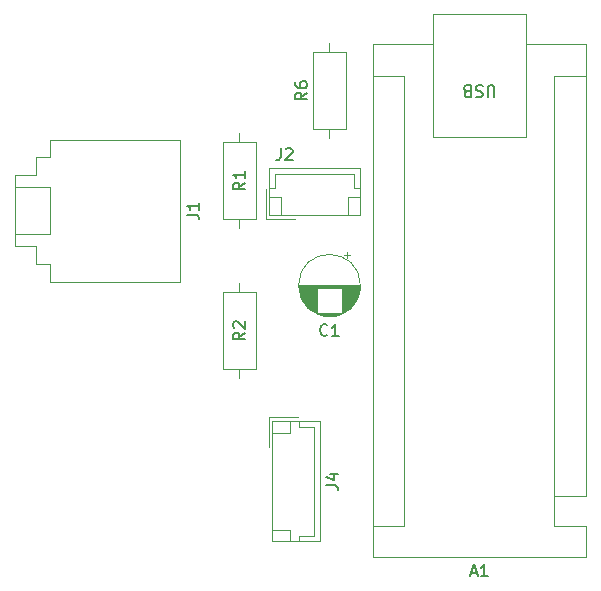
<source format=gbr>
%TF.GenerationSoftware,KiCad,Pcbnew,9.0.6-9.0.6~ubuntu24.04.1*%
%TF.CreationDate,2025-12-30T17:11:54-05:00*%
%TF.ProjectId,Dryer Buzzer V3,44727965-7220-4427-957a-7a6572205633,rev?*%
%TF.SameCoordinates,Original*%
%TF.FileFunction,Legend,Top*%
%TF.FilePolarity,Positive*%
%FSLAX46Y46*%
G04 Gerber Fmt 4.6, Leading zero omitted, Abs format (unit mm)*
G04 Created by KiCad (PCBNEW 9.0.6-9.0.6~ubuntu24.04.1) date 2025-12-30 17:11:54*
%MOMM*%
%LPD*%
G01*
G04 APERTURE LIST*
%ADD10C,0.150000*%
%ADD11C,0.120000*%
G04 APERTURE END LIST*
D10*
X38724819Y-20486666D02*
X38248628Y-20819999D01*
X38724819Y-21058094D02*
X37724819Y-21058094D01*
X37724819Y-21058094D02*
X37724819Y-20677142D01*
X37724819Y-20677142D02*
X37772438Y-20581904D01*
X37772438Y-20581904D02*
X37820057Y-20534285D01*
X37820057Y-20534285D02*
X37915295Y-20486666D01*
X37915295Y-20486666D02*
X38058152Y-20486666D01*
X38058152Y-20486666D02*
X38153390Y-20534285D01*
X38153390Y-20534285D02*
X38201009Y-20581904D01*
X38201009Y-20581904D02*
X38248628Y-20677142D01*
X38248628Y-20677142D02*
X38248628Y-21058094D01*
X37724819Y-19629523D02*
X37724819Y-19819999D01*
X37724819Y-19819999D02*
X37772438Y-19915237D01*
X37772438Y-19915237D02*
X37820057Y-19962856D01*
X37820057Y-19962856D02*
X37962914Y-20058094D01*
X37962914Y-20058094D02*
X38153390Y-20105713D01*
X38153390Y-20105713D02*
X38534342Y-20105713D01*
X38534342Y-20105713D02*
X38629580Y-20058094D01*
X38629580Y-20058094D02*
X38677200Y-20010475D01*
X38677200Y-20010475D02*
X38724819Y-19915237D01*
X38724819Y-19915237D02*
X38724819Y-19724761D01*
X38724819Y-19724761D02*
X38677200Y-19629523D01*
X38677200Y-19629523D02*
X38629580Y-19581904D01*
X38629580Y-19581904D02*
X38534342Y-19534285D01*
X38534342Y-19534285D02*
X38296247Y-19534285D01*
X38296247Y-19534285D02*
X38201009Y-19581904D01*
X38201009Y-19581904D02*
X38153390Y-19629523D01*
X38153390Y-19629523D02*
X38105771Y-19724761D01*
X38105771Y-19724761D02*
X38105771Y-19915237D01*
X38105771Y-19915237D02*
X38153390Y-20010475D01*
X38153390Y-20010475D02*
X38201009Y-20058094D01*
X38201009Y-20058094D02*
X38296247Y-20105713D01*
X33474819Y-40806666D02*
X32998628Y-41139999D01*
X33474819Y-41378094D02*
X32474819Y-41378094D01*
X32474819Y-41378094D02*
X32474819Y-40997142D01*
X32474819Y-40997142D02*
X32522438Y-40901904D01*
X32522438Y-40901904D02*
X32570057Y-40854285D01*
X32570057Y-40854285D02*
X32665295Y-40806666D01*
X32665295Y-40806666D02*
X32808152Y-40806666D01*
X32808152Y-40806666D02*
X32903390Y-40854285D01*
X32903390Y-40854285D02*
X32951009Y-40901904D01*
X32951009Y-40901904D02*
X32998628Y-40997142D01*
X32998628Y-40997142D02*
X32998628Y-41378094D01*
X32570057Y-40425713D02*
X32522438Y-40378094D01*
X32522438Y-40378094D02*
X32474819Y-40282856D01*
X32474819Y-40282856D02*
X32474819Y-40044761D01*
X32474819Y-40044761D02*
X32522438Y-39949523D01*
X32522438Y-39949523D02*
X32570057Y-39901904D01*
X32570057Y-39901904D02*
X32665295Y-39854285D01*
X32665295Y-39854285D02*
X32760533Y-39854285D01*
X32760533Y-39854285D02*
X32903390Y-39901904D01*
X32903390Y-39901904D02*
X33474819Y-40473332D01*
X33474819Y-40473332D02*
X33474819Y-39854285D01*
X33474819Y-28106666D02*
X32998628Y-28439999D01*
X33474819Y-28678094D02*
X32474819Y-28678094D01*
X32474819Y-28678094D02*
X32474819Y-28297142D01*
X32474819Y-28297142D02*
X32522438Y-28201904D01*
X32522438Y-28201904D02*
X32570057Y-28154285D01*
X32570057Y-28154285D02*
X32665295Y-28106666D01*
X32665295Y-28106666D02*
X32808152Y-28106666D01*
X32808152Y-28106666D02*
X32903390Y-28154285D01*
X32903390Y-28154285D02*
X32951009Y-28201904D01*
X32951009Y-28201904D02*
X32998628Y-28297142D01*
X32998628Y-28297142D02*
X32998628Y-28678094D01*
X33474819Y-27154285D02*
X33474819Y-27725713D01*
X33474819Y-27439999D02*
X32474819Y-27439999D01*
X32474819Y-27439999D02*
X32617676Y-27535237D01*
X32617676Y-27535237D02*
X32712914Y-27630475D01*
X32712914Y-27630475D02*
X32760533Y-27725713D01*
X40354819Y-53713333D02*
X41069104Y-53713333D01*
X41069104Y-53713333D02*
X41211961Y-53760952D01*
X41211961Y-53760952D02*
X41307200Y-53856190D01*
X41307200Y-53856190D02*
X41354819Y-53999047D01*
X41354819Y-53999047D02*
X41354819Y-54094285D01*
X40688152Y-52808571D02*
X41354819Y-52808571D01*
X40307200Y-53046666D02*
X41021485Y-53284761D01*
X41021485Y-53284761D02*
X41021485Y-52665714D01*
X36516666Y-25206819D02*
X36516666Y-25921104D01*
X36516666Y-25921104D02*
X36469047Y-26063961D01*
X36469047Y-26063961D02*
X36373809Y-26159200D01*
X36373809Y-26159200D02*
X36230952Y-26206819D01*
X36230952Y-26206819D02*
X36135714Y-26206819D01*
X36945238Y-25302057D02*
X36992857Y-25254438D01*
X36992857Y-25254438D02*
X37088095Y-25206819D01*
X37088095Y-25206819D02*
X37326190Y-25206819D01*
X37326190Y-25206819D02*
X37421428Y-25254438D01*
X37421428Y-25254438D02*
X37469047Y-25302057D01*
X37469047Y-25302057D02*
X37516666Y-25397295D01*
X37516666Y-25397295D02*
X37516666Y-25492533D01*
X37516666Y-25492533D02*
X37469047Y-25635390D01*
X37469047Y-25635390D02*
X36897619Y-26206819D01*
X36897619Y-26206819D02*
X37516666Y-26206819D01*
X28574819Y-30813333D02*
X29289104Y-30813333D01*
X29289104Y-30813333D02*
X29431961Y-30860952D01*
X29431961Y-30860952D02*
X29527200Y-30956190D01*
X29527200Y-30956190D02*
X29574819Y-31099047D01*
X29574819Y-31099047D02*
X29574819Y-31194285D01*
X29574819Y-29813333D02*
X29574819Y-30384761D01*
X29574819Y-30099047D02*
X28574819Y-30099047D01*
X28574819Y-30099047D02*
X28717676Y-30194285D01*
X28717676Y-30194285D02*
X28812914Y-30289523D01*
X28812914Y-30289523D02*
X28860533Y-30384761D01*
X40473333Y-40999580D02*
X40425714Y-41047200D01*
X40425714Y-41047200D02*
X40282857Y-41094819D01*
X40282857Y-41094819D02*
X40187619Y-41094819D01*
X40187619Y-41094819D02*
X40044762Y-41047200D01*
X40044762Y-41047200D02*
X39949524Y-40951961D01*
X39949524Y-40951961D02*
X39901905Y-40856723D01*
X39901905Y-40856723D02*
X39854286Y-40666247D01*
X39854286Y-40666247D02*
X39854286Y-40523390D01*
X39854286Y-40523390D02*
X39901905Y-40332914D01*
X39901905Y-40332914D02*
X39949524Y-40237676D01*
X39949524Y-40237676D02*
X40044762Y-40142438D01*
X40044762Y-40142438D02*
X40187619Y-40094819D01*
X40187619Y-40094819D02*
X40282857Y-40094819D01*
X40282857Y-40094819D02*
X40425714Y-40142438D01*
X40425714Y-40142438D02*
X40473333Y-40190057D01*
X41425714Y-41094819D02*
X40854286Y-41094819D01*
X41140000Y-41094819D02*
X41140000Y-40094819D01*
X41140000Y-40094819D02*
X41044762Y-40237676D01*
X41044762Y-40237676D02*
X40949524Y-40332914D01*
X40949524Y-40332914D02*
X40854286Y-40380533D01*
X52625714Y-61129104D02*
X53101904Y-61129104D01*
X52530476Y-61414819D02*
X52863809Y-60414819D01*
X52863809Y-60414819D02*
X53197142Y-61414819D01*
X54054285Y-61414819D02*
X53482857Y-61414819D01*
X53768571Y-61414819D02*
X53768571Y-60414819D01*
X53768571Y-60414819D02*
X53673333Y-60557676D01*
X53673333Y-60557676D02*
X53578095Y-60652914D01*
X53578095Y-60652914D02*
X53482857Y-60700533D01*
X54601904Y-20865180D02*
X54601904Y-20055657D01*
X54601904Y-20055657D02*
X54554285Y-19960419D01*
X54554285Y-19960419D02*
X54506666Y-19912800D01*
X54506666Y-19912800D02*
X54411428Y-19865180D01*
X54411428Y-19865180D02*
X54220952Y-19865180D01*
X54220952Y-19865180D02*
X54125714Y-19912800D01*
X54125714Y-19912800D02*
X54078095Y-19960419D01*
X54078095Y-19960419D02*
X54030476Y-20055657D01*
X54030476Y-20055657D02*
X54030476Y-20865180D01*
X53601904Y-19912800D02*
X53459047Y-19865180D01*
X53459047Y-19865180D02*
X53220952Y-19865180D01*
X53220952Y-19865180D02*
X53125714Y-19912800D01*
X53125714Y-19912800D02*
X53078095Y-19960419D01*
X53078095Y-19960419D02*
X53030476Y-20055657D01*
X53030476Y-20055657D02*
X53030476Y-20150895D01*
X53030476Y-20150895D02*
X53078095Y-20246133D01*
X53078095Y-20246133D02*
X53125714Y-20293752D01*
X53125714Y-20293752D02*
X53220952Y-20341371D01*
X53220952Y-20341371D02*
X53411428Y-20388990D01*
X53411428Y-20388990D02*
X53506666Y-20436609D01*
X53506666Y-20436609D02*
X53554285Y-20484228D01*
X53554285Y-20484228D02*
X53601904Y-20579466D01*
X53601904Y-20579466D02*
X53601904Y-20674704D01*
X53601904Y-20674704D02*
X53554285Y-20769942D01*
X53554285Y-20769942D02*
X53506666Y-20817561D01*
X53506666Y-20817561D02*
X53411428Y-20865180D01*
X53411428Y-20865180D02*
X53173333Y-20865180D01*
X53173333Y-20865180D02*
X53030476Y-20817561D01*
X52268571Y-20388990D02*
X52125714Y-20341371D01*
X52125714Y-20341371D02*
X52078095Y-20293752D01*
X52078095Y-20293752D02*
X52030476Y-20198514D01*
X52030476Y-20198514D02*
X52030476Y-20055657D01*
X52030476Y-20055657D02*
X52078095Y-19960419D01*
X52078095Y-19960419D02*
X52125714Y-19912800D01*
X52125714Y-19912800D02*
X52220952Y-19865180D01*
X52220952Y-19865180D02*
X52601904Y-19865180D01*
X52601904Y-19865180D02*
X52601904Y-20865180D01*
X52601904Y-20865180D02*
X52268571Y-20865180D01*
X52268571Y-20865180D02*
X52173333Y-20817561D01*
X52173333Y-20817561D02*
X52125714Y-20769942D01*
X52125714Y-20769942D02*
X52078095Y-20674704D01*
X52078095Y-20674704D02*
X52078095Y-20579466D01*
X52078095Y-20579466D02*
X52125714Y-20484228D01*
X52125714Y-20484228D02*
X52173333Y-20436609D01*
X52173333Y-20436609D02*
X52268571Y-20388990D01*
X52268571Y-20388990D02*
X52601904Y-20388990D01*
D11*
%TO.C,R6*%
X40640000Y-24360000D02*
X40640000Y-23590000D01*
X40640000Y-16280000D02*
X40640000Y-17050000D01*
X39270000Y-23590000D02*
X42010000Y-23590000D01*
X42010000Y-17050000D01*
X39270000Y-17050000D01*
X39270000Y-23590000D01*
%TO.C,R2*%
X33020000Y-36600000D02*
X33020000Y-37370000D01*
X33020000Y-44680000D02*
X33020000Y-43910000D01*
X34390000Y-37370000D02*
X31650000Y-37370000D01*
X31650000Y-43910000D01*
X34390000Y-43910000D01*
X34390000Y-37370000D01*
%TO.C,R1*%
X33020000Y-23900000D02*
X33020000Y-24670000D01*
X33020000Y-31980000D02*
X33020000Y-31210000D01*
X34390000Y-24670000D02*
X31650000Y-24670000D01*
X31650000Y-31210000D01*
X34390000Y-31210000D01*
X34390000Y-24670000D01*
%TO.C,J4*%
X37990000Y-47970000D02*
X35490000Y-47970000D01*
X35490000Y-47970000D02*
X35490000Y-50470000D01*
X39810000Y-48270000D02*
X35790000Y-48270000D01*
X38100000Y-48270000D02*
X38100000Y-48770000D01*
X37290000Y-48270000D02*
X37290000Y-49270000D01*
X35790000Y-48270000D02*
X35790000Y-58490000D01*
X39310000Y-48770000D02*
X39310000Y-57990000D01*
X38100000Y-48770000D02*
X39310000Y-48770000D01*
X37290000Y-49270000D02*
X35790000Y-49270000D01*
X37290000Y-57490000D02*
X35790000Y-57490000D01*
X39310000Y-57990000D02*
X38100000Y-57990000D01*
X38100000Y-57990000D02*
X38100000Y-58490000D01*
X39810000Y-58490000D02*
X39810000Y-48270000D01*
X37290000Y-58490000D02*
X37290000Y-57490000D01*
X35790000Y-58490000D02*
X39810000Y-58490000D01*
%TO.C,J2*%
X35230000Y-28662000D02*
X35230000Y-31162000D01*
X35230000Y-31162000D02*
X37730000Y-31162000D01*
X35530000Y-26842000D02*
X35530000Y-30862000D01*
X35530000Y-28552000D02*
X36030000Y-28552000D01*
X35530000Y-29362000D02*
X36530000Y-29362000D01*
X35530000Y-30862000D02*
X43250000Y-30862000D01*
X36030000Y-27342000D02*
X42750000Y-27342000D01*
X36030000Y-28552000D02*
X36030000Y-27342000D01*
X36530000Y-29362000D02*
X36530000Y-30862000D01*
X42250000Y-29362000D02*
X42250000Y-30862000D01*
X42750000Y-27342000D02*
X42750000Y-28552000D01*
X42750000Y-28552000D02*
X43250000Y-28552000D01*
X43250000Y-26842000D02*
X35530000Y-26842000D01*
X43250000Y-29362000D02*
X42250000Y-29362000D01*
X43250000Y-30862000D02*
X43250000Y-26842000D01*
%TO.C,J1*%
X28020000Y-24480000D02*
X28020000Y-36480000D01*
X17020000Y-24480000D02*
X28020000Y-24480000D01*
X17020000Y-25980000D02*
X17020000Y-24480000D01*
X15820000Y-25980000D02*
X17020000Y-25980000D01*
X15820000Y-27480000D02*
X15820000Y-25980000D01*
X14020000Y-27480000D02*
X15820000Y-27480000D01*
X17020000Y-28480000D02*
X14020000Y-28480000D01*
X17020000Y-32480000D02*
X17020000Y-28480000D01*
X14020000Y-32480000D02*
X17020000Y-32480000D01*
X15820000Y-33480000D02*
X14020000Y-33480000D01*
X14020000Y-33480000D02*
X14020000Y-27480000D01*
X17020000Y-34980000D02*
X15820000Y-34980000D01*
X15820000Y-34980000D02*
X15820000Y-33480000D01*
X28020000Y-36480000D02*
X17020000Y-36480000D01*
X17020000Y-36480000D02*
X17020000Y-34980000D01*
%TO.C,C1*%
X42115000Y-34005225D02*
X42115000Y-34505225D01*
X42365000Y-34255225D02*
X41865000Y-34255225D01*
X43220000Y-36810000D02*
X38060000Y-36810000D01*
X43220000Y-36850000D02*
X38060000Y-36850000D01*
X43219000Y-36890000D02*
X38061000Y-36890000D01*
X43217000Y-36930000D02*
X38063000Y-36930000D01*
X43215000Y-36970000D02*
X38065000Y-36970000D01*
X43212000Y-37010000D02*
X38068000Y-37010000D01*
X43209000Y-37050000D02*
X41680000Y-37050000D01*
X39600000Y-37050000D02*
X38071000Y-37050000D01*
X43205000Y-37090000D02*
X41680000Y-37090000D01*
X39600000Y-37090000D02*
X38075000Y-37090000D01*
X43200000Y-37130000D02*
X41680000Y-37130000D01*
X39600000Y-37130000D02*
X38080000Y-37130000D01*
X43195000Y-37170000D02*
X41680000Y-37170000D01*
X39600000Y-37170000D02*
X38085000Y-37170000D01*
X43189000Y-37210000D02*
X41680000Y-37210000D01*
X39600000Y-37210000D02*
X38091000Y-37210000D01*
X43183000Y-37250000D02*
X41680000Y-37250000D01*
X39600000Y-37250000D02*
X38097000Y-37250000D01*
X43176000Y-37290000D02*
X41680000Y-37290000D01*
X39600000Y-37290000D02*
X38104000Y-37290000D01*
X43168000Y-37330000D02*
X41680000Y-37330000D01*
X39600000Y-37330000D02*
X38112000Y-37330000D01*
X43159000Y-37370000D02*
X41680000Y-37370000D01*
X39600000Y-37370000D02*
X38121000Y-37370000D01*
X43150000Y-37410000D02*
X41680000Y-37410000D01*
X39600000Y-37410000D02*
X38130000Y-37410000D01*
X43141000Y-37450000D02*
X41680000Y-37450000D01*
X39600000Y-37450000D02*
X38139000Y-37450000D01*
X43130000Y-37490000D02*
X41680000Y-37490000D01*
X39600000Y-37490000D02*
X38150000Y-37490000D01*
X43119000Y-37530000D02*
X41680000Y-37530000D01*
X39600000Y-37530000D02*
X38161000Y-37530000D01*
X43107000Y-37570000D02*
X41680000Y-37570000D01*
X39600000Y-37570000D02*
X38173000Y-37570000D01*
X43095000Y-37610000D02*
X41680000Y-37610000D01*
X39600000Y-37610000D02*
X38185000Y-37610000D01*
X43082000Y-37650000D02*
X41680000Y-37650000D01*
X39600000Y-37650000D02*
X38198000Y-37650000D01*
X43068000Y-37690000D02*
X41680000Y-37690000D01*
X39600000Y-37690000D02*
X38212000Y-37690000D01*
X43053000Y-37730000D02*
X41680000Y-37730000D01*
X39600000Y-37730000D02*
X38227000Y-37730000D01*
X43038000Y-37770000D02*
X41680000Y-37770000D01*
X39600000Y-37770000D02*
X38242000Y-37770000D01*
X43022000Y-37810000D02*
X41680000Y-37810000D01*
X39600000Y-37810000D02*
X38258000Y-37810000D01*
X43005000Y-37850000D02*
X41680000Y-37850000D01*
X39600000Y-37850000D02*
X38275000Y-37850000D01*
X42987000Y-37890000D02*
X41680000Y-37890000D01*
X39600000Y-37890000D02*
X38293000Y-37890000D01*
X42969000Y-37930000D02*
X41680000Y-37930000D01*
X39600000Y-37930000D02*
X38311000Y-37930000D01*
X42949000Y-37970000D02*
X41680000Y-37970000D01*
X39600000Y-37970000D02*
X38331000Y-37970000D01*
X42929000Y-38010000D02*
X41680000Y-38010000D01*
X39600000Y-38010000D02*
X38351000Y-38010000D01*
X42908000Y-38050000D02*
X41680000Y-38050000D01*
X39600000Y-38050000D02*
X38372000Y-38050000D01*
X42886000Y-38090000D02*
X41680000Y-38090000D01*
X39600000Y-38090000D02*
X38394000Y-38090000D01*
X42863000Y-38130000D02*
X41680000Y-38130000D01*
X39600000Y-38130000D02*
X38417000Y-38130000D01*
X42839000Y-38170000D02*
X41680000Y-38170000D01*
X39600000Y-38170000D02*
X38441000Y-38170000D01*
X42815000Y-38210000D02*
X41680000Y-38210000D01*
X39600000Y-38210000D02*
X38465000Y-38210000D01*
X42789000Y-38250000D02*
X41680000Y-38250000D01*
X39600000Y-38250000D02*
X38491000Y-38250000D01*
X42762000Y-38290000D02*
X41680000Y-38290000D01*
X39600000Y-38290000D02*
X38518000Y-38290000D01*
X42734000Y-38330000D02*
X41680000Y-38330000D01*
X39600000Y-38330000D02*
X38546000Y-38330000D01*
X42705000Y-38370000D02*
X41680000Y-38370000D01*
X39600000Y-38370000D02*
X38575000Y-38370000D01*
X42675000Y-38410000D02*
X41680000Y-38410000D01*
X39600000Y-38410000D02*
X38605000Y-38410000D01*
X42643000Y-38450000D02*
X41680000Y-38450000D01*
X39600000Y-38450000D02*
X38637000Y-38450000D01*
X42610000Y-38490000D02*
X41680000Y-38490000D01*
X39600000Y-38490000D02*
X38670000Y-38490000D01*
X42576000Y-38530000D02*
X41680000Y-38530000D01*
X39600000Y-38530000D02*
X38704000Y-38530000D01*
X42541000Y-38570000D02*
X41680000Y-38570000D01*
X39600000Y-38570000D02*
X38739000Y-38570000D01*
X42504000Y-38610000D02*
X41680000Y-38610000D01*
X39600000Y-38610000D02*
X38776000Y-38610000D01*
X42465000Y-38650000D02*
X41680000Y-38650000D01*
X39600000Y-38650000D02*
X38815000Y-38650000D01*
X42425000Y-38690000D02*
X41680000Y-38690000D01*
X39600000Y-38690000D02*
X38855000Y-38690000D01*
X42383000Y-38730000D02*
X41680000Y-38730000D01*
X39600000Y-38730000D02*
X38897000Y-38730000D01*
X42339000Y-38770000D02*
X41680000Y-38770000D01*
X39600000Y-38770000D02*
X38941000Y-38770000D01*
X42292000Y-38810000D02*
X41680000Y-38810000D01*
X39600000Y-38810000D02*
X38988000Y-38810000D01*
X42244000Y-38850000D02*
X41680000Y-38850000D01*
X39600000Y-38850000D02*
X39036000Y-38850000D01*
X42193000Y-38890000D02*
X41680000Y-38890000D01*
X39600000Y-38890000D02*
X39087000Y-38890000D01*
X42139000Y-38930000D02*
X41680000Y-38930000D01*
X39600000Y-38930000D02*
X39141000Y-38930000D01*
X42083000Y-38970000D02*
X41680000Y-38970000D01*
X39600000Y-38970000D02*
X39197000Y-38970000D01*
X42023000Y-39010000D02*
X41680000Y-39010000D01*
X39600000Y-39010000D02*
X39257000Y-39010000D01*
X41959000Y-39050000D02*
X41680000Y-39050000D01*
X39600000Y-39050000D02*
X39321000Y-39050000D01*
X41891000Y-39090000D02*
X41680000Y-39090000D01*
X39600000Y-39090000D02*
X39389000Y-39090000D01*
X41817000Y-39130000D02*
X39463000Y-39130000D01*
X41738000Y-39170000D02*
X39542000Y-39170000D01*
X41651000Y-39210000D02*
X39629000Y-39210000D01*
X41554000Y-39250000D02*
X39726000Y-39250000D01*
X41445000Y-39290000D02*
X39835000Y-39290000D01*
X41317000Y-39330000D02*
X39963000Y-39330000D01*
X41157000Y-39370000D02*
X40123000Y-39370000D01*
X40923000Y-39410000D02*
X40357000Y-39410000D01*
X43260000Y-36810000D02*
G75*
G02*
X38020000Y-36810000I-2620000J0D01*
G01*
X38020000Y-36810000D02*
G75*
G02*
X43260000Y-36810000I2620000J0D01*
G01*
%TO.C,A1*%
X44320000Y-16380000D02*
X44320000Y-59820000D01*
X44320000Y-16380000D02*
X49400000Y-16380000D01*
X44320000Y-59820000D02*
X62360000Y-59820000D01*
X46990000Y-19050000D02*
X44320000Y-19050000D01*
X46990000Y-57150000D02*
X44320000Y-57150000D01*
X46990000Y-57150000D02*
X46990000Y-19050000D01*
X49400000Y-13840000D02*
X57280000Y-13840000D01*
X49400000Y-24260000D02*
X49400000Y-13840000D01*
X57280000Y-13840000D02*
X57280000Y-24260000D01*
X57280000Y-24260000D02*
X49400000Y-24260000D01*
X59690000Y-19050000D02*
X62360000Y-19050000D01*
X59690000Y-54610000D02*
X59690000Y-19050000D01*
X59690000Y-54610000D02*
X59690000Y-57150000D01*
X59690000Y-54610000D02*
X62360000Y-54610000D01*
X59690000Y-57150000D02*
X62360000Y-57150000D01*
X62360000Y-16380000D02*
X57280000Y-16380000D01*
X62360000Y-54610000D02*
X62360000Y-16380000D01*
X62360000Y-59820000D02*
X62360000Y-57150000D01*
%TD*%
M02*

</source>
